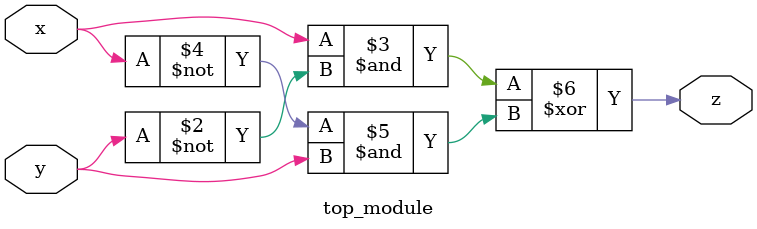
<source format=sv>
module top_module(
    input x,
    input y,
    output reg z
);

    always @(x or y) begin
        z <= (x & ~y) ^ (~x & y);  // XOR gate to calculate z
    end

endmodule

</source>
